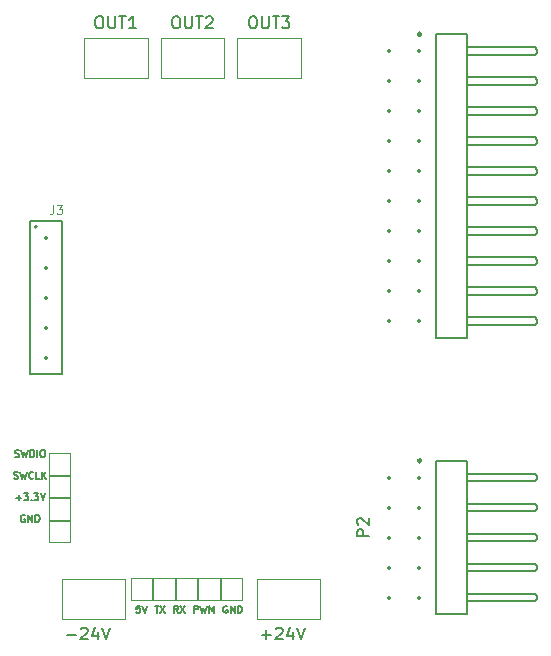
<source format=gto>
%TF.GenerationSoftware,KiCad,Pcbnew,8.0.6*%
%TF.CreationDate,2024-11-11T21:44:25+01:00*%
%TF.ProjectId,Motor_Driver_carrier_board,4d6f746f-725f-4447-9269-7665725f6361,rev?*%
%TF.SameCoordinates,Original*%
%TF.FileFunction,Legend,Top*%
%TF.FilePolarity,Positive*%
%FSLAX46Y46*%
G04 Gerber Fmt 4.6, Leading zero omitted, Abs format (unit mm)*
G04 Created by KiCad (PCBNEW 8.0.6) date 2024-11-11 21:44:25*
%MOMM*%
%LPD*%
G01*
G04 APERTURE LIST*
%ADD10C,0.150000*%
%ADD11C,0.065024*%
%ADD12C,0.120000*%
%ADD13C,0.200000*%
%ADD14C,0.250000*%
%ADD15C,0.350000*%
G04 APERTURE END LIST*
D10*
X126198809Y-43404819D02*
X126389285Y-43404819D01*
X126389285Y-43404819D02*
X126484523Y-43452438D01*
X126484523Y-43452438D02*
X126579761Y-43547676D01*
X126579761Y-43547676D02*
X126627380Y-43738152D01*
X126627380Y-43738152D02*
X126627380Y-44071485D01*
X126627380Y-44071485D02*
X126579761Y-44261961D01*
X126579761Y-44261961D02*
X126484523Y-44357200D01*
X126484523Y-44357200D02*
X126389285Y-44404819D01*
X126389285Y-44404819D02*
X126198809Y-44404819D01*
X126198809Y-44404819D02*
X126103571Y-44357200D01*
X126103571Y-44357200D02*
X126008333Y-44261961D01*
X126008333Y-44261961D02*
X125960714Y-44071485D01*
X125960714Y-44071485D02*
X125960714Y-43738152D01*
X125960714Y-43738152D02*
X126008333Y-43547676D01*
X126008333Y-43547676D02*
X126103571Y-43452438D01*
X126103571Y-43452438D02*
X126198809Y-43404819D01*
X127055952Y-43404819D02*
X127055952Y-44214342D01*
X127055952Y-44214342D02*
X127103571Y-44309580D01*
X127103571Y-44309580D02*
X127151190Y-44357200D01*
X127151190Y-44357200D02*
X127246428Y-44404819D01*
X127246428Y-44404819D02*
X127436904Y-44404819D01*
X127436904Y-44404819D02*
X127532142Y-44357200D01*
X127532142Y-44357200D02*
X127579761Y-44309580D01*
X127579761Y-44309580D02*
X127627380Y-44214342D01*
X127627380Y-44214342D02*
X127627380Y-43404819D01*
X127960714Y-43404819D02*
X128532142Y-43404819D01*
X128246428Y-44404819D02*
X128246428Y-43404819D01*
X129389285Y-44404819D02*
X128817857Y-44404819D01*
X129103571Y-44404819D02*
X129103571Y-43404819D01*
X129103571Y-43404819D02*
X129008333Y-43547676D01*
X129008333Y-43547676D02*
X128913095Y-43642914D01*
X128913095Y-43642914D02*
X128817857Y-43690533D01*
D11*
X122382012Y-59387329D02*
X122382012Y-59921455D01*
X122382012Y-59921455D02*
X122346403Y-60028280D01*
X122346403Y-60028280D02*
X122275187Y-60099497D01*
X122275187Y-60099497D02*
X122168361Y-60135105D01*
X122168361Y-60135105D02*
X122097145Y-60135105D01*
X122666879Y-59387329D02*
X123129788Y-59387329D01*
X123129788Y-59387329D02*
X122880529Y-59672196D01*
X122880529Y-59672196D02*
X122987354Y-59672196D01*
X122987354Y-59672196D02*
X123058571Y-59707804D01*
X123058571Y-59707804D02*
X123094179Y-59743413D01*
X123094179Y-59743413D02*
X123129788Y-59814629D01*
X123129788Y-59814629D02*
X123129788Y-59992671D01*
X123129788Y-59992671D02*
X123094179Y-60063888D01*
X123094179Y-60063888D02*
X123058571Y-60099497D01*
X123058571Y-60099497D02*
X122987354Y-60135105D01*
X122987354Y-60135105D02*
X122773704Y-60135105D01*
X122773704Y-60135105D02*
X122702487Y-60099497D01*
X122702487Y-60099497D02*
X122666879Y-60063888D01*
D10*
X129734820Y-93294771D02*
X129449106Y-93294771D01*
X129449106Y-93294771D02*
X129420534Y-93580485D01*
X129420534Y-93580485D02*
X129449106Y-93551914D01*
X129449106Y-93551914D02*
X129506249Y-93523342D01*
X129506249Y-93523342D02*
X129649106Y-93523342D01*
X129649106Y-93523342D02*
X129706249Y-93551914D01*
X129706249Y-93551914D02*
X129734820Y-93580485D01*
X129734820Y-93580485D02*
X129763391Y-93637628D01*
X129763391Y-93637628D02*
X129763391Y-93780485D01*
X129763391Y-93780485D02*
X129734820Y-93837628D01*
X129734820Y-93837628D02*
X129706249Y-93866200D01*
X129706249Y-93866200D02*
X129649106Y-93894771D01*
X129649106Y-93894771D02*
X129506249Y-93894771D01*
X129506249Y-93894771D02*
X129449106Y-93866200D01*
X129449106Y-93866200D02*
X129420534Y-93837628D01*
X129934820Y-93294771D02*
X130134820Y-93894771D01*
X130134820Y-93894771D02*
X130334820Y-93294771D01*
X137116963Y-93323342D02*
X137059821Y-93294771D01*
X137059821Y-93294771D02*
X136974106Y-93294771D01*
X136974106Y-93294771D02*
X136888392Y-93323342D01*
X136888392Y-93323342D02*
X136831249Y-93380485D01*
X136831249Y-93380485D02*
X136802678Y-93437628D01*
X136802678Y-93437628D02*
X136774106Y-93551914D01*
X136774106Y-93551914D02*
X136774106Y-93637628D01*
X136774106Y-93637628D02*
X136802678Y-93751914D01*
X136802678Y-93751914D02*
X136831249Y-93809057D01*
X136831249Y-93809057D02*
X136888392Y-93866200D01*
X136888392Y-93866200D02*
X136974106Y-93894771D01*
X136974106Y-93894771D02*
X137031249Y-93894771D01*
X137031249Y-93894771D02*
X137116963Y-93866200D01*
X137116963Y-93866200D02*
X137145535Y-93837628D01*
X137145535Y-93837628D02*
X137145535Y-93637628D01*
X137145535Y-93637628D02*
X137031249Y-93637628D01*
X137402678Y-93894771D02*
X137402678Y-93294771D01*
X137402678Y-93294771D02*
X137745535Y-93894771D01*
X137745535Y-93894771D02*
X137745535Y-93294771D01*
X138031249Y-93894771D02*
X138031249Y-93294771D01*
X138031249Y-93294771D02*
X138174106Y-93294771D01*
X138174106Y-93294771D02*
X138259820Y-93323342D01*
X138259820Y-93323342D02*
X138316963Y-93380485D01*
X138316963Y-93380485D02*
X138345534Y-93437628D01*
X138345534Y-93437628D02*
X138374106Y-93551914D01*
X138374106Y-93551914D02*
X138374106Y-93637628D01*
X138374106Y-93637628D02*
X138345534Y-93751914D01*
X138345534Y-93751914D02*
X138316963Y-93809057D01*
X138316963Y-93809057D02*
X138259820Y-93866200D01*
X138259820Y-93866200D02*
X138174106Y-93894771D01*
X138174106Y-93894771D02*
X138031249Y-93894771D01*
X140038095Y-95773866D02*
X140800000Y-95773866D01*
X140419047Y-96154819D02*
X140419047Y-95392914D01*
X141228571Y-95250057D02*
X141276190Y-95202438D01*
X141276190Y-95202438D02*
X141371428Y-95154819D01*
X141371428Y-95154819D02*
X141609523Y-95154819D01*
X141609523Y-95154819D02*
X141704761Y-95202438D01*
X141704761Y-95202438D02*
X141752380Y-95250057D01*
X141752380Y-95250057D02*
X141799999Y-95345295D01*
X141799999Y-95345295D02*
X141799999Y-95440533D01*
X141799999Y-95440533D02*
X141752380Y-95583390D01*
X141752380Y-95583390D02*
X141180952Y-96154819D01*
X141180952Y-96154819D02*
X141799999Y-96154819D01*
X142657142Y-95488152D02*
X142657142Y-96154819D01*
X142419047Y-95107200D02*
X142180952Y-95821485D01*
X142180952Y-95821485D02*
X142799999Y-95821485D01*
X143038095Y-95154819D02*
X143371428Y-96154819D01*
X143371428Y-96154819D02*
X143704761Y-95154819D01*
X123538095Y-95773866D02*
X124300000Y-95773866D01*
X124728571Y-95250057D02*
X124776190Y-95202438D01*
X124776190Y-95202438D02*
X124871428Y-95154819D01*
X124871428Y-95154819D02*
X125109523Y-95154819D01*
X125109523Y-95154819D02*
X125204761Y-95202438D01*
X125204761Y-95202438D02*
X125252380Y-95250057D01*
X125252380Y-95250057D02*
X125299999Y-95345295D01*
X125299999Y-95345295D02*
X125299999Y-95440533D01*
X125299999Y-95440533D02*
X125252380Y-95583390D01*
X125252380Y-95583390D02*
X124680952Y-96154819D01*
X124680952Y-96154819D02*
X125299999Y-96154819D01*
X126157142Y-95488152D02*
X126157142Y-96154819D01*
X125919047Y-95107200D02*
X125680952Y-95821485D01*
X125680952Y-95821485D02*
X126299999Y-95821485D01*
X126538095Y-95154819D02*
X126871428Y-96154819D01*
X126871428Y-96154819D02*
X127204761Y-95154819D01*
X139198809Y-43404819D02*
X139389285Y-43404819D01*
X139389285Y-43404819D02*
X139484523Y-43452438D01*
X139484523Y-43452438D02*
X139579761Y-43547676D01*
X139579761Y-43547676D02*
X139627380Y-43738152D01*
X139627380Y-43738152D02*
X139627380Y-44071485D01*
X139627380Y-44071485D02*
X139579761Y-44261961D01*
X139579761Y-44261961D02*
X139484523Y-44357200D01*
X139484523Y-44357200D02*
X139389285Y-44404819D01*
X139389285Y-44404819D02*
X139198809Y-44404819D01*
X139198809Y-44404819D02*
X139103571Y-44357200D01*
X139103571Y-44357200D02*
X139008333Y-44261961D01*
X139008333Y-44261961D02*
X138960714Y-44071485D01*
X138960714Y-44071485D02*
X138960714Y-43738152D01*
X138960714Y-43738152D02*
X139008333Y-43547676D01*
X139008333Y-43547676D02*
X139103571Y-43452438D01*
X139103571Y-43452438D02*
X139198809Y-43404819D01*
X140055952Y-43404819D02*
X140055952Y-44214342D01*
X140055952Y-44214342D02*
X140103571Y-44309580D01*
X140103571Y-44309580D02*
X140151190Y-44357200D01*
X140151190Y-44357200D02*
X140246428Y-44404819D01*
X140246428Y-44404819D02*
X140436904Y-44404819D01*
X140436904Y-44404819D02*
X140532142Y-44357200D01*
X140532142Y-44357200D02*
X140579761Y-44309580D01*
X140579761Y-44309580D02*
X140627380Y-44214342D01*
X140627380Y-44214342D02*
X140627380Y-43404819D01*
X140960714Y-43404819D02*
X141532142Y-43404819D01*
X141246428Y-44404819D02*
X141246428Y-43404819D01*
X141770238Y-43404819D02*
X142389285Y-43404819D01*
X142389285Y-43404819D02*
X142055952Y-43785771D01*
X142055952Y-43785771D02*
X142198809Y-43785771D01*
X142198809Y-43785771D02*
X142294047Y-43833390D01*
X142294047Y-43833390D02*
X142341666Y-43881009D01*
X142341666Y-43881009D02*
X142389285Y-43976247D01*
X142389285Y-43976247D02*
X142389285Y-44214342D01*
X142389285Y-44214342D02*
X142341666Y-44309580D01*
X142341666Y-44309580D02*
X142294047Y-44357200D01*
X142294047Y-44357200D02*
X142198809Y-44404819D01*
X142198809Y-44404819D02*
X141913095Y-44404819D01*
X141913095Y-44404819D02*
X141817857Y-44357200D01*
X141817857Y-44357200D02*
X141770238Y-44309580D01*
X132698809Y-43404819D02*
X132889285Y-43404819D01*
X132889285Y-43404819D02*
X132984523Y-43452438D01*
X132984523Y-43452438D02*
X133079761Y-43547676D01*
X133079761Y-43547676D02*
X133127380Y-43738152D01*
X133127380Y-43738152D02*
X133127380Y-44071485D01*
X133127380Y-44071485D02*
X133079761Y-44261961D01*
X133079761Y-44261961D02*
X132984523Y-44357200D01*
X132984523Y-44357200D02*
X132889285Y-44404819D01*
X132889285Y-44404819D02*
X132698809Y-44404819D01*
X132698809Y-44404819D02*
X132603571Y-44357200D01*
X132603571Y-44357200D02*
X132508333Y-44261961D01*
X132508333Y-44261961D02*
X132460714Y-44071485D01*
X132460714Y-44071485D02*
X132460714Y-43738152D01*
X132460714Y-43738152D02*
X132508333Y-43547676D01*
X132508333Y-43547676D02*
X132603571Y-43452438D01*
X132603571Y-43452438D02*
X132698809Y-43404819D01*
X133555952Y-43404819D02*
X133555952Y-44214342D01*
X133555952Y-44214342D02*
X133603571Y-44309580D01*
X133603571Y-44309580D02*
X133651190Y-44357200D01*
X133651190Y-44357200D02*
X133746428Y-44404819D01*
X133746428Y-44404819D02*
X133936904Y-44404819D01*
X133936904Y-44404819D02*
X134032142Y-44357200D01*
X134032142Y-44357200D02*
X134079761Y-44309580D01*
X134079761Y-44309580D02*
X134127380Y-44214342D01*
X134127380Y-44214342D02*
X134127380Y-43404819D01*
X134460714Y-43404819D02*
X135032142Y-43404819D01*
X134746428Y-44404819D02*
X134746428Y-43404819D01*
X135317857Y-43500057D02*
X135365476Y-43452438D01*
X135365476Y-43452438D02*
X135460714Y-43404819D01*
X135460714Y-43404819D02*
X135698809Y-43404819D01*
X135698809Y-43404819D02*
X135794047Y-43452438D01*
X135794047Y-43452438D02*
X135841666Y-43500057D01*
X135841666Y-43500057D02*
X135889285Y-43595295D01*
X135889285Y-43595295D02*
X135889285Y-43690533D01*
X135889285Y-43690533D02*
X135841666Y-43833390D01*
X135841666Y-43833390D02*
X135270238Y-44404819D01*
X135270238Y-44404819D02*
X135889285Y-44404819D01*
X134307143Y-93894771D02*
X134307143Y-93294771D01*
X134307143Y-93294771D02*
X134535714Y-93294771D01*
X134535714Y-93294771D02*
X134592857Y-93323342D01*
X134592857Y-93323342D02*
X134621428Y-93351914D01*
X134621428Y-93351914D02*
X134650000Y-93409057D01*
X134650000Y-93409057D02*
X134650000Y-93494771D01*
X134650000Y-93494771D02*
X134621428Y-93551914D01*
X134621428Y-93551914D02*
X134592857Y-93580485D01*
X134592857Y-93580485D02*
X134535714Y-93609057D01*
X134535714Y-93609057D02*
X134307143Y-93609057D01*
X134850000Y-93294771D02*
X134992857Y-93894771D01*
X134992857Y-93894771D02*
X135107143Y-93466200D01*
X135107143Y-93466200D02*
X135221428Y-93894771D01*
X135221428Y-93894771D02*
X135364286Y-93294771D01*
X135592857Y-93894771D02*
X135592857Y-93294771D01*
X135592857Y-93294771D02*
X135792857Y-93723342D01*
X135792857Y-93723342D02*
X135992857Y-93294771D01*
X135992857Y-93294771D02*
X135992857Y-93894771D01*
X149119819Y-87408094D02*
X148119819Y-87408094D01*
X148119819Y-87408094D02*
X148119819Y-87027142D01*
X148119819Y-87027142D02*
X148167438Y-86931904D01*
X148167438Y-86931904D02*
X148215057Y-86884285D01*
X148215057Y-86884285D02*
X148310295Y-86836666D01*
X148310295Y-86836666D02*
X148453152Y-86836666D01*
X148453152Y-86836666D02*
X148548390Y-86884285D01*
X148548390Y-86884285D02*
X148596009Y-86931904D01*
X148596009Y-86931904D02*
X148643628Y-87027142D01*
X148643628Y-87027142D02*
X148643628Y-87408094D01*
X148215057Y-86455713D02*
X148167438Y-86408094D01*
X148167438Y-86408094D02*
X148119819Y-86312856D01*
X148119819Y-86312856D02*
X148119819Y-86074761D01*
X148119819Y-86074761D02*
X148167438Y-85979523D01*
X148167438Y-85979523D02*
X148215057Y-85931904D01*
X148215057Y-85931904D02*
X148310295Y-85884285D01*
X148310295Y-85884285D02*
X148405533Y-85884285D01*
X148405533Y-85884285D02*
X148548390Y-85931904D01*
X148548390Y-85931904D02*
X149119819Y-86503332D01*
X149119819Y-86503332D02*
X149119819Y-85884285D01*
X119153571Y-80691200D02*
X119239286Y-80719771D01*
X119239286Y-80719771D02*
X119382143Y-80719771D01*
X119382143Y-80719771D02*
X119439286Y-80691200D01*
X119439286Y-80691200D02*
X119467857Y-80662628D01*
X119467857Y-80662628D02*
X119496428Y-80605485D01*
X119496428Y-80605485D02*
X119496428Y-80548342D01*
X119496428Y-80548342D02*
X119467857Y-80491200D01*
X119467857Y-80491200D02*
X119439286Y-80462628D01*
X119439286Y-80462628D02*
X119382143Y-80434057D01*
X119382143Y-80434057D02*
X119267857Y-80405485D01*
X119267857Y-80405485D02*
X119210714Y-80376914D01*
X119210714Y-80376914D02*
X119182143Y-80348342D01*
X119182143Y-80348342D02*
X119153571Y-80291200D01*
X119153571Y-80291200D02*
X119153571Y-80234057D01*
X119153571Y-80234057D02*
X119182143Y-80176914D01*
X119182143Y-80176914D02*
X119210714Y-80148342D01*
X119210714Y-80148342D02*
X119267857Y-80119771D01*
X119267857Y-80119771D02*
X119410714Y-80119771D01*
X119410714Y-80119771D02*
X119496428Y-80148342D01*
X119696429Y-80119771D02*
X119839286Y-80719771D01*
X119839286Y-80719771D02*
X119953572Y-80291200D01*
X119953572Y-80291200D02*
X120067857Y-80719771D01*
X120067857Y-80719771D02*
X120210715Y-80119771D01*
X120439286Y-80719771D02*
X120439286Y-80119771D01*
X120439286Y-80119771D02*
X120582143Y-80119771D01*
X120582143Y-80119771D02*
X120667857Y-80148342D01*
X120667857Y-80148342D02*
X120725000Y-80205485D01*
X120725000Y-80205485D02*
X120753571Y-80262628D01*
X120753571Y-80262628D02*
X120782143Y-80376914D01*
X120782143Y-80376914D02*
X120782143Y-80462628D01*
X120782143Y-80462628D02*
X120753571Y-80576914D01*
X120753571Y-80576914D02*
X120725000Y-80634057D01*
X120725000Y-80634057D02*
X120667857Y-80691200D01*
X120667857Y-80691200D02*
X120582143Y-80719771D01*
X120582143Y-80719771D02*
X120439286Y-80719771D01*
X121039286Y-80719771D02*
X121039286Y-80119771D01*
X121439285Y-80119771D02*
X121553571Y-80119771D01*
X121553571Y-80119771D02*
X121610714Y-80148342D01*
X121610714Y-80148342D02*
X121667857Y-80205485D01*
X121667857Y-80205485D02*
X121696428Y-80319771D01*
X121696428Y-80319771D02*
X121696428Y-80519771D01*
X121696428Y-80519771D02*
X121667857Y-80634057D01*
X121667857Y-80634057D02*
X121610714Y-80691200D01*
X121610714Y-80691200D02*
X121553571Y-80719771D01*
X121553571Y-80719771D02*
X121439285Y-80719771D01*
X121439285Y-80719771D02*
X121382143Y-80691200D01*
X121382143Y-80691200D02*
X121325000Y-80634057D01*
X121325000Y-80634057D02*
X121296428Y-80519771D01*
X121296428Y-80519771D02*
X121296428Y-80319771D01*
X121296428Y-80319771D02*
X121325000Y-80205485D01*
X121325000Y-80205485D02*
X121382143Y-80148342D01*
X121382143Y-80148342D02*
X121439285Y-80119771D01*
X130973213Y-93294771D02*
X131316071Y-93294771D01*
X131144642Y-93894771D02*
X131144642Y-93294771D01*
X131458928Y-93294771D02*
X131858928Y-93894771D01*
X131858928Y-93294771D02*
X131458928Y-93894771D01*
X119967857Y-85623342D02*
X119910715Y-85594771D01*
X119910715Y-85594771D02*
X119825000Y-85594771D01*
X119825000Y-85594771D02*
X119739286Y-85623342D01*
X119739286Y-85623342D02*
X119682143Y-85680485D01*
X119682143Y-85680485D02*
X119653572Y-85737628D01*
X119653572Y-85737628D02*
X119625000Y-85851914D01*
X119625000Y-85851914D02*
X119625000Y-85937628D01*
X119625000Y-85937628D02*
X119653572Y-86051914D01*
X119653572Y-86051914D02*
X119682143Y-86109057D01*
X119682143Y-86109057D02*
X119739286Y-86166200D01*
X119739286Y-86166200D02*
X119825000Y-86194771D01*
X119825000Y-86194771D02*
X119882143Y-86194771D01*
X119882143Y-86194771D02*
X119967857Y-86166200D01*
X119967857Y-86166200D02*
X119996429Y-86137628D01*
X119996429Y-86137628D02*
X119996429Y-85937628D01*
X119996429Y-85937628D02*
X119882143Y-85937628D01*
X120253572Y-86194771D02*
X120253572Y-85594771D01*
X120253572Y-85594771D02*
X120596429Y-86194771D01*
X120596429Y-86194771D02*
X120596429Y-85594771D01*
X120882143Y-86194771D02*
X120882143Y-85594771D01*
X120882143Y-85594771D02*
X121025000Y-85594771D01*
X121025000Y-85594771D02*
X121110714Y-85623342D01*
X121110714Y-85623342D02*
X121167857Y-85680485D01*
X121167857Y-85680485D02*
X121196428Y-85737628D01*
X121196428Y-85737628D02*
X121225000Y-85851914D01*
X121225000Y-85851914D02*
X121225000Y-85937628D01*
X121225000Y-85937628D02*
X121196428Y-86051914D01*
X121196428Y-86051914D02*
X121167857Y-86109057D01*
X121167857Y-86109057D02*
X121110714Y-86166200D01*
X121110714Y-86166200D02*
X121025000Y-86194771D01*
X121025000Y-86194771D02*
X120882143Y-86194771D01*
X119067857Y-82516200D02*
X119153572Y-82544771D01*
X119153572Y-82544771D02*
X119296429Y-82544771D01*
X119296429Y-82544771D02*
X119353572Y-82516200D01*
X119353572Y-82516200D02*
X119382143Y-82487628D01*
X119382143Y-82487628D02*
X119410714Y-82430485D01*
X119410714Y-82430485D02*
X119410714Y-82373342D01*
X119410714Y-82373342D02*
X119382143Y-82316200D01*
X119382143Y-82316200D02*
X119353572Y-82287628D01*
X119353572Y-82287628D02*
X119296429Y-82259057D01*
X119296429Y-82259057D02*
X119182143Y-82230485D01*
X119182143Y-82230485D02*
X119125000Y-82201914D01*
X119125000Y-82201914D02*
X119096429Y-82173342D01*
X119096429Y-82173342D02*
X119067857Y-82116200D01*
X119067857Y-82116200D02*
X119067857Y-82059057D01*
X119067857Y-82059057D02*
X119096429Y-82001914D01*
X119096429Y-82001914D02*
X119125000Y-81973342D01*
X119125000Y-81973342D02*
X119182143Y-81944771D01*
X119182143Y-81944771D02*
X119325000Y-81944771D01*
X119325000Y-81944771D02*
X119410714Y-81973342D01*
X119610715Y-81944771D02*
X119753572Y-82544771D01*
X119753572Y-82544771D02*
X119867858Y-82116200D01*
X119867858Y-82116200D02*
X119982143Y-82544771D01*
X119982143Y-82544771D02*
X120125001Y-81944771D01*
X120696429Y-82487628D02*
X120667857Y-82516200D01*
X120667857Y-82516200D02*
X120582143Y-82544771D01*
X120582143Y-82544771D02*
X120525000Y-82544771D01*
X120525000Y-82544771D02*
X120439286Y-82516200D01*
X120439286Y-82516200D02*
X120382143Y-82459057D01*
X120382143Y-82459057D02*
X120353572Y-82401914D01*
X120353572Y-82401914D02*
X120325000Y-82287628D01*
X120325000Y-82287628D02*
X120325000Y-82201914D01*
X120325000Y-82201914D02*
X120353572Y-82087628D01*
X120353572Y-82087628D02*
X120382143Y-82030485D01*
X120382143Y-82030485D02*
X120439286Y-81973342D01*
X120439286Y-81973342D02*
X120525000Y-81944771D01*
X120525000Y-81944771D02*
X120582143Y-81944771D01*
X120582143Y-81944771D02*
X120667857Y-81973342D01*
X120667857Y-81973342D02*
X120696429Y-82001914D01*
X121239286Y-82544771D02*
X120953572Y-82544771D01*
X120953572Y-82544771D02*
X120953572Y-81944771D01*
X121439286Y-82544771D02*
X121439286Y-81944771D01*
X121782143Y-82544771D02*
X121525000Y-82201914D01*
X121782143Y-81944771D02*
X121439286Y-82287628D01*
X119225000Y-84141200D02*
X119682143Y-84141200D01*
X119453571Y-84369771D02*
X119453571Y-83912628D01*
X119910714Y-83769771D02*
X120282142Y-83769771D01*
X120282142Y-83769771D02*
X120082142Y-83998342D01*
X120082142Y-83998342D02*
X120167857Y-83998342D01*
X120167857Y-83998342D02*
X120225000Y-84026914D01*
X120225000Y-84026914D02*
X120253571Y-84055485D01*
X120253571Y-84055485D02*
X120282142Y-84112628D01*
X120282142Y-84112628D02*
X120282142Y-84255485D01*
X120282142Y-84255485D02*
X120253571Y-84312628D01*
X120253571Y-84312628D02*
X120225000Y-84341200D01*
X120225000Y-84341200D02*
X120167857Y-84369771D01*
X120167857Y-84369771D02*
X119996428Y-84369771D01*
X119996428Y-84369771D02*
X119939285Y-84341200D01*
X119939285Y-84341200D02*
X119910714Y-84312628D01*
X120539286Y-84312628D02*
X120567857Y-84341200D01*
X120567857Y-84341200D02*
X120539286Y-84369771D01*
X120539286Y-84369771D02*
X120510714Y-84341200D01*
X120510714Y-84341200D02*
X120539286Y-84312628D01*
X120539286Y-84312628D02*
X120539286Y-84369771D01*
X120767857Y-83769771D02*
X121139285Y-83769771D01*
X121139285Y-83769771D02*
X120939285Y-83998342D01*
X120939285Y-83998342D02*
X121025000Y-83998342D01*
X121025000Y-83998342D02*
X121082143Y-84026914D01*
X121082143Y-84026914D02*
X121110714Y-84055485D01*
X121110714Y-84055485D02*
X121139285Y-84112628D01*
X121139285Y-84112628D02*
X121139285Y-84255485D01*
X121139285Y-84255485D02*
X121110714Y-84312628D01*
X121110714Y-84312628D02*
X121082143Y-84341200D01*
X121082143Y-84341200D02*
X121025000Y-84369771D01*
X121025000Y-84369771D02*
X120853571Y-84369771D01*
X120853571Y-84369771D02*
X120796428Y-84341200D01*
X120796428Y-84341200D02*
X120767857Y-84312628D01*
X121310714Y-83769771D02*
X121510714Y-84369771D01*
X121510714Y-84369771D02*
X121710714Y-83769771D01*
X132954464Y-93894771D02*
X132754464Y-93609057D01*
X132611607Y-93894771D02*
X132611607Y-93294771D01*
X132611607Y-93294771D02*
X132840178Y-93294771D01*
X132840178Y-93294771D02*
X132897321Y-93323342D01*
X132897321Y-93323342D02*
X132925892Y-93351914D01*
X132925892Y-93351914D02*
X132954464Y-93409057D01*
X132954464Y-93409057D02*
X132954464Y-93494771D01*
X132954464Y-93494771D02*
X132925892Y-93551914D01*
X132925892Y-93551914D02*
X132897321Y-93580485D01*
X132897321Y-93580485D02*
X132840178Y-93609057D01*
X132840178Y-93609057D02*
X132611607Y-93609057D01*
X133154464Y-93294771D02*
X133554464Y-93894771D01*
X133554464Y-93294771D02*
X133154464Y-93894771D01*
D12*
%TO.C,OUT1*%
X124975000Y-45250000D02*
X130375000Y-45250000D01*
X124975000Y-48650000D02*
X124975000Y-45250000D01*
X130375000Y-45250000D02*
X130375000Y-48650000D01*
X130375000Y-48650000D02*
X124975000Y-48650000D01*
D13*
%TO.C,J3*%
X120430000Y-60750000D02*
X123170000Y-60750000D01*
X120430000Y-73650000D02*
X120430000Y-60750000D01*
X123170000Y-60750000D02*
X123170000Y-73650000D01*
X123170000Y-73650000D02*
X120430000Y-73650000D01*
X121000000Y-61200000D02*
G75*
G02*
X120800000Y-61200000I-100000J0D01*
G01*
X120800000Y-61200000D02*
G75*
G02*
X121000000Y-61200000I100000J0D01*
G01*
D12*
%TO.C,5V*%
X128975000Y-90975000D02*
X130775000Y-90975000D01*
X128975000Y-92775000D02*
X128975000Y-90975000D01*
X130775000Y-90975000D02*
X130775000Y-92775000D01*
X130775000Y-92775000D02*
X128975000Y-92775000D01*
%TO.C,GND*%
X136575000Y-90975000D02*
X138375000Y-90975000D01*
X136575000Y-92775000D02*
X136575000Y-90975000D01*
X138375000Y-90975000D02*
X138375000Y-92775000D01*
X138375000Y-92775000D02*
X136575000Y-92775000D01*
%TO.C,+24V*%
X139600000Y-91000000D02*
X145000000Y-91000000D01*
X139600000Y-94400000D02*
X139600000Y-91000000D01*
X145000000Y-91000000D02*
X145000000Y-94400000D01*
X145000000Y-94400000D02*
X139600000Y-94400000D01*
%TO.C,-24V*%
X123100000Y-91000000D02*
X128500000Y-91000000D01*
X123100000Y-94400000D02*
X123100000Y-91000000D01*
X128500000Y-91000000D02*
X128500000Y-94400000D01*
X128500000Y-94400000D02*
X123100000Y-94400000D01*
%TO.C,OUT3*%
X137975000Y-45250000D02*
X143375000Y-45250000D01*
X137975000Y-48650000D02*
X137975000Y-45250000D01*
X143375000Y-45250000D02*
X143375000Y-48650000D01*
X143375000Y-48650000D02*
X137975000Y-48650000D01*
%TO.C,OUT2*%
X131475000Y-45250000D02*
X136875000Y-45250000D01*
X131475000Y-48650000D02*
X131475000Y-45250000D01*
X136875000Y-45250000D02*
X136875000Y-48650000D01*
X136875000Y-48650000D02*
X131475000Y-48650000D01*
%TO.C,PWM*%
X134675000Y-90975000D02*
X136475000Y-90975000D01*
X134675000Y-92775000D02*
X134675000Y-90975000D01*
X136475000Y-90975000D02*
X136475000Y-92775000D01*
X136475000Y-92775000D02*
X134675000Y-92775000D01*
D13*
%TO.C,P2*%
X154760000Y-70630000D02*
X154760000Y-44930000D01*
X154760000Y-94030000D02*
X154760000Y-81030000D01*
X157450000Y-44930000D02*
X154760000Y-44930000D01*
X157450000Y-70630000D02*
X154760000Y-70630000D01*
X157450000Y-70630000D02*
X157450000Y-44930000D01*
X157450000Y-81030000D02*
X154760000Y-81030000D01*
X157450000Y-94030000D02*
X154760000Y-94030000D01*
X157450000Y-94030000D02*
X157450000Y-81030000D01*
X163175000Y-46030000D02*
X157450000Y-46030000D01*
X163175000Y-46670000D02*
X157450000Y-46670000D01*
X163175000Y-46670000D02*
X163375000Y-46470000D01*
X163175000Y-48570000D02*
X157450000Y-48570000D01*
X163175000Y-49210000D02*
X157450000Y-49210000D01*
X163175000Y-49210000D02*
X163375000Y-49010000D01*
X163175000Y-51110000D02*
X157450000Y-51110000D01*
X163175000Y-51750000D02*
X157450000Y-51750000D01*
X163175000Y-51750000D02*
X163375000Y-51550000D01*
X163175000Y-53650000D02*
X157450000Y-53650000D01*
X163175000Y-54290000D02*
X157450000Y-54290000D01*
X163175000Y-54290000D02*
X163375000Y-54090000D01*
X163175000Y-56190000D02*
X157450000Y-56190000D01*
X163175000Y-56830000D02*
X157450000Y-56830000D01*
X163175000Y-56830000D02*
X163375000Y-56630000D01*
X163175000Y-58730000D02*
X157450000Y-58730000D01*
X163175000Y-59370000D02*
X157450000Y-59370000D01*
X163175000Y-59370000D02*
X163375000Y-59170000D01*
X163175000Y-61270000D02*
X157450000Y-61270000D01*
X163175000Y-61910000D02*
X157450000Y-61910000D01*
X163175000Y-61910000D02*
X163375000Y-61710000D01*
X163175000Y-63810000D02*
X157450000Y-63810000D01*
X163175000Y-64450000D02*
X157450000Y-64450000D01*
X163175000Y-64450000D02*
X163375000Y-64250000D01*
X163175000Y-66350000D02*
X157450000Y-66350000D01*
X163175000Y-66990000D02*
X157450000Y-66990000D01*
X163175000Y-66990000D02*
X163375000Y-66790000D01*
X163175000Y-68890000D02*
X157450000Y-68890000D01*
X163175000Y-69530000D02*
X157450000Y-69530000D01*
X163175000Y-69530000D02*
X163375000Y-69330000D01*
X163175000Y-82130000D02*
X157450000Y-82130000D01*
X163175000Y-82770000D02*
X157450000Y-82770000D01*
X163175000Y-82770000D02*
X163375000Y-82570000D01*
X163175000Y-84670000D02*
X157450000Y-84670000D01*
X163175000Y-85310000D02*
X157450000Y-85310000D01*
X163175000Y-85310000D02*
X163375000Y-85110000D01*
X163175000Y-87210000D02*
X157450000Y-87210000D01*
X163175000Y-87850000D02*
X157450000Y-87850000D01*
X163175000Y-87850000D02*
X163375000Y-87650000D01*
X163175000Y-89750000D02*
X157450000Y-89750000D01*
X163175000Y-90390000D02*
X157450000Y-90390000D01*
X163175000Y-90390000D02*
X163375000Y-90190000D01*
X163175000Y-92290000D02*
X157450000Y-92290000D01*
X163175000Y-92930000D02*
X157450000Y-92930000D01*
X163175000Y-92930000D02*
X163375000Y-92730000D01*
X163375000Y-46230000D02*
X163175000Y-46030000D01*
X163375000Y-46470000D02*
X163375000Y-46230000D01*
X163375000Y-48770000D02*
X163175000Y-48570000D01*
X163375000Y-49010000D02*
X163375000Y-48770000D01*
X163375000Y-51310000D02*
X163175000Y-51110000D01*
X163375000Y-51550000D02*
X163375000Y-51310000D01*
X163375000Y-53850000D02*
X163175000Y-53650000D01*
X163375000Y-54090000D02*
X163375000Y-53850000D01*
X163375000Y-56390000D02*
X163175000Y-56190000D01*
X163375000Y-56630000D02*
X163375000Y-56390000D01*
X163375000Y-58930000D02*
X163175000Y-58730000D01*
X163375000Y-59170000D02*
X163375000Y-58930000D01*
X163375000Y-61470000D02*
X163175000Y-61270000D01*
X163375000Y-61710000D02*
X163375000Y-61470000D01*
X163375000Y-64010000D02*
X163175000Y-63810000D01*
X163375000Y-64250000D02*
X163375000Y-64010000D01*
X163375000Y-66550000D02*
X163175000Y-66350000D01*
X163375000Y-66790000D02*
X163375000Y-66550000D01*
X163375000Y-69090000D02*
X163175000Y-68890000D01*
X163375000Y-69330000D02*
X163375000Y-69090000D01*
X163375000Y-82330000D02*
X163175000Y-82130000D01*
X163375000Y-82570000D02*
X163375000Y-82330000D01*
X163375000Y-84870000D02*
X163175000Y-84670000D01*
X163375000Y-85110000D02*
X163375000Y-84870000D01*
X163375000Y-87410000D02*
X163175000Y-87210000D01*
X163375000Y-87650000D02*
X163375000Y-87410000D01*
X163375000Y-89950000D02*
X163175000Y-89750000D01*
X163375000Y-90190000D02*
X163375000Y-89950000D01*
X163375000Y-92490000D02*
X163175000Y-92290000D01*
X163375000Y-92730000D02*
X163375000Y-92490000D01*
D14*
X153530000Y-44920000D02*
G75*
G02*
X153280000Y-44920000I-125000J0D01*
G01*
X153280000Y-44920000D02*
G75*
G02*
X153530000Y-44920000I125000J0D01*
G01*
X153530000Y-81020000D02*
G75*
G02*
X153280000Y-81020000I-125000J0D01*
G01*
X153280000Y-81020000D02*
G75*
G02*
X153530000Y-81020000I125000J0D01*
G01*
D12*
%TO.C,SWDIO*%
X122000000Y-80400000D02*
X123800000Y-80400000D01*
X122000000Y-82200000D02*
X122000000Y-80400000D01*
X123800000Y-80400000D02*
X123800000Y-82200000D01*
X123800000Y-82200000D02*
X122000000Y-82200000D01*
%TO.C,TX*%
X130875000Y-90975000D02*
X132675000Y-90975000D01*
X130875000Y-92775000D02*
X130875000Y-90975000D01*
X132675000Y-90975000D02*
X132675000Y-92775000D01*
X132675000Y-92775000D02*
X130875000Y-92775000D01*
%TO.C,GND*%
X122000000Y-86100000D02*
X123800000Y-86100000D01*
X122000000Y-87900000D02*
X122000000Y-86100000D01*
X123800000Y-86100000D02*
X123800000Y-87900000D01*
X123800000Y-87900000D02*
X122000000Y-87900000D01*
%TO.C,SWCLK*%
X122000000Y-82300000D02*
X123800000Y-82300000D01*
X122000000Y-84100000D02*
X122000000Y-82300000D01*
X123800000Y-82300000D02*
X123800000Y-84100000D01*
X123800000Y-84100000D02*
X122000000Y-84100000D01*
%TO.C,+3.3V*%
X122000000Y-84200000D02*
X123800000Y-84200000D01*
X122000000Y-86000000D02*
X122000000Y-84200000D01*
X123800000Y-84200000D02*
X123800000Y-86000000D01*
X123800000Y-86000000D02*
X122000000Y-86000000D01*
%TO.C,RX*%
X132775000Y-90975000D02*
X134575000Y-90975000D01*
X132775000Y-92775000D02*
X132775000Y-90975000D01*
X134575000Y-90975000D02*
X134575000Y-92775000D01*
X134575000Y-92775000D02*
X132775000Y-92775000D01*
%TD*%
D15*
X121800000Y-62120000D03*
X121800000Y-64660000D03*
X121800000Y-67200000D03*
X121800000Y-69740000D03*
X121800000Y-72280000D03*
X153375000Y-46350000D03*
X150835000Y-46350000D03*
X153375000Y-48890000D03*
X150835000Y-48890000D03*
X153375000Y-51430000D03*
X150835000Y-51430000D03*
X153375000Y-53970000D03*
X150835000Y-53970000D03*
X153375000Y-56510000D03*
X150835000Y-56510000D03*
X153375000Y-59050000D03*
X150835000Y-59050000D03*
X153375000Y-61590000D03*
X150835000Y-61590000D03*
X153375000Y-64130000D03*
X150835000Y-64130000D03*
X153375000Y-66670000D03*
X150835000Y-66670000D03*
X153375000Y-69210000D03*
X150835000Y-69210000D03*
X153375000Y-82450000D03*
X150835000Y-82450000D03*
X153375000Y-84990000D03*
X150835000Y-84990000D03*
X153375000Y-87530000D03*
X150835000Y-87530000D03*
X153375000Y-90070000D03*
X150835000Y-90070000D03*
X153375000Y-92610000D03*
X150835000Y-92610000D03*
M02*

</source>
